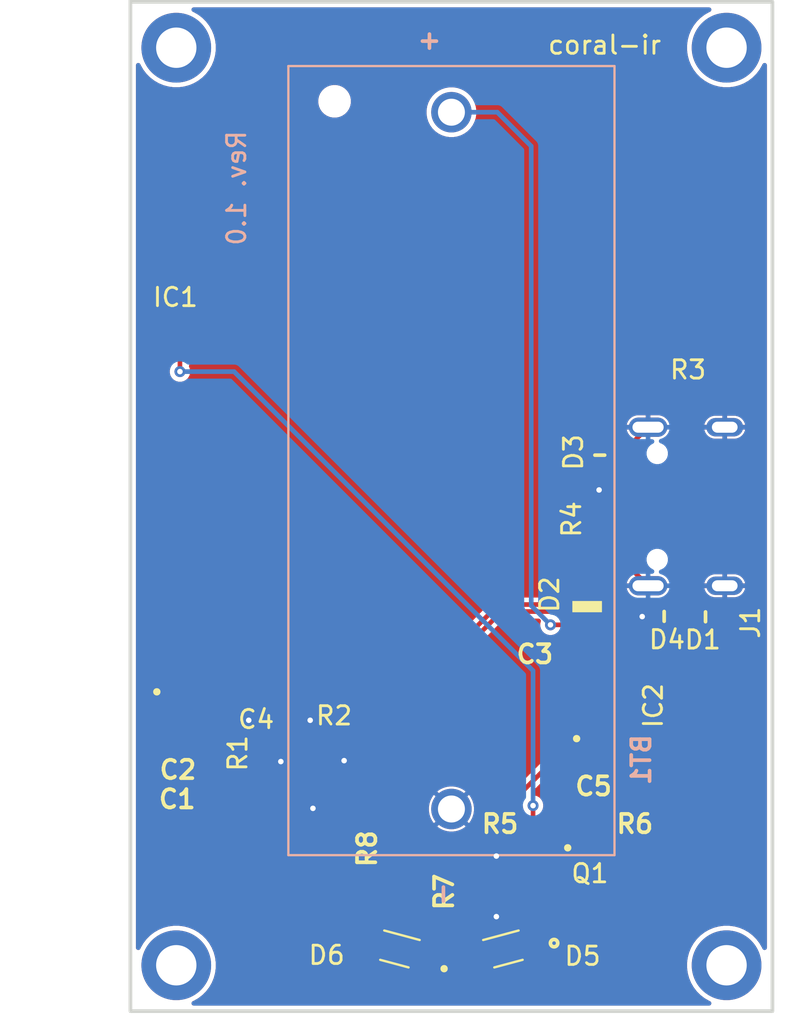
<source format=kicad_pcb>
(kicad_pcb (version 20241229) (generator "pcbnew") (generator_version "9.0")
  (layers (0 "F.Cu" signal) (2 "B.Cu" signal) (13 "F.Paste" user) (15 "B.Paste" user) (5 "F.SilkS" user "F.Silkscreen") (7 "B.SilkS" user "B.Silkscreen") (1 "F.Mask" user) (3 "B.Mask" user) (25 "Edge.Cuts" user))
  (net 0 "")
  (net 1 "Earth")
  (net 2 "+3V3")
  (net 3 "Net-(IC1-EN)")
  (net 4 "+5V")
  (net 5 "USB_DP")
  (net 6 "USB_DN")
  (net 7 "Net-(D2-A)")
  (net 8 "Net-(IC1-IO8)")
  (net 9 "Net-(D5-PadA)")
  (net 10 "Net-(Q1-C)")
  (net 11 "Net-(D6-PadA)")
  (net 25 "IR")
  (net 41 "Net-(J1-CC1)")
  (net 42 "Net-(J1-CC2)")
  (net 45 "Net-(Q1-B)")
  (footprint "PCBLib:R_Vishay_CRCW_0402" (layer "F.Cu") (at 102.9 88.5 90)
    (property "Reference" "R8" (at 2.35 0 90) (layer "F.SilkS") (effects (font (thickness 0.2) (bold yes))))
    (property "Value" "3.92" (hide yes))
    (pad "1" smd rect (at -0.55 0 180) (size 0.6 0.75) (layers "F.Cu" "F.Mask" "F.Paste") (net 11 "Net-(D6-PadA)"))
    (pad "2" smd rect (at 0.55 0 180) (size 0.6 0.75) (layers "F.Cu" "F.Mask" "F.Paste") (net 2 "+3V3"))
  )
  (footprint "MountingHole:MountingHole_2.2mm_M2_DIN965_Pad_TopBottom" (layer "F.Cu") (at 92.5 42.5)
    (property "Reference" "H1" (hide yes))
    (property "Value" "MountingHole_Pad")
    (pad "1" thru_hole circle (at 0 0) (size 2.6 2.6) (drill 2.2) (layers "*.Cu" "*.Mask"))
    (pad "1" connect circle (at 0 0) (size 3.8 3.8) (layers "F.Cu" "F.Mask"))
    (pad "1" connect circle (at 0 0) (size 3.8 3.8) (layers "B.Cu" "B.Mask"))
  )
  (footprint "PCBLib:SON65P300X300X100-9N-D" (layer "F.Cu") (at 115.875 78.35 90)
    (property "Reference" "IC2" (at 0 2.625 90) (layer "F.SilkS") (effects (font (thickness 0.153))))
    (property "Value" "TPS74633PQWDRBRQ1" (hide yes))
    (fp_circle (center -1.8 -1.55) (end -1.7 -1.55) (stroke (width 0.2)) (fill no) (layer "F.SilkS"))
    (pad "1" smd rect (at -1.5 -0.975 180) (size 0.35 0.8) (layers "F.Cu" "F.Mask" "F.Paste") (net 2 "+3V3"))
    (pad "2" smd rect (at -1.5 -0.325 180) (size 0.35 0.8) (layers "F.Cu" "F.Mask" "F.Paste"))
    (pad "3" smd rect (at -1.5 0.325 180) (size 0.35 0.8) (layers "F.Cu" "F.Mask" "F.Paste"))
    (pad "4" smd rect (at -1.5 0.975 180) (size 0.35 0.8) (layers "F.Cu" "F.Mask" "F.Paste") (net 1 "Earth"))
    (pad "5" smd rect (at 1.5 0.975 180) (size 0.35 0.8) (layers "F.Cu" "F.Mask" "F.Paste") (net 4 "+5V"))
    (pad "6" smd rect (at 1.5 0.325 180) (size 0.35 0.8) (layers "F.Cu" "F.Mask" "F.Paste"))
    (pad "7" smd rect (at 1.5 -0.325 180) (size 0.35 0.8) (layers "F.Cu" "F.Mask" "F.Paste"))
    (pad "8" smd rect (at 1.5 -0.975 180) (size 0.35 0.8) (layers "F.Cu" "F.Mask" "F.Paste") (net 4 "+5V"))
    (pad "9" smd rect (at 0 0 90) (size 1.75 2.5) (layers "F.Cu" "F.Mask" "F.Paste") (net 1 "Earth"))
  )
  (footprint "PCBLib:Cap_Murata_GRM_0402" (layer "F.Cu") (at 114.45 75.55 180)
    (property "Reference" "C3" (at 2.4 0 0) (layer "F.SilkS") (effects (font (thickness 0.2))))
    (property "Value" "1uF" (hide yes))
    (pad "1" smd rect (at -0.46 0 180) (size 0.6 0.62) (layers "F.Cu" "F.Mask" "F.Paste") (net 4 "+5V"))
    (pad "2" smd rect (at 0.46 0 180) (size 0.6 0.62) (layers "F.Cu" "F.Mask" "F.Paste") (net 1 "Earth"))
  )
  (footprint "PCBLib:R_Vishay_CRCW_0402" (layer "F.Cu") (at 112.5 84.8 180)
    (property "Reference" "R5" (at 2.35 0 0) (layer "F.SilkS") (effects (font (thickness 0.2) (bold yes))))
    (property "Value" "1k" (hide yes))
    (pad "1" smd rect (at -0.55 0 270) (size 0.6 0.75) (layers "F.Cu" "F.Mask" "F.Paste") (net 45 "Net-(Q1-B)"))
    (pad "2" smd rect (at 0.55 0 270) (size 0.6 0.75) (layers "F.Cu" "F.Mask" "F.Paste") (net 25 "IR"))
  )
  (footprint "PCBLib:R_Vishay_CRCW_0402" (layer "F.Cu") (at 94.4 80.95 -90)
    (property "Reference" "R1" (at 0 -1.45 90) (layer "F.SilkS") (effects (font (thickness 0.153))))
    (property "Value" "10k" (hide yes))
    (pad "1" smd rect (at -0.55 0) (size 0.6 0.75) (layers "F.Cu" "F.Mask" "F.Paste") (net 3 "Net-(IC1-EN)"))
    (pad "2" smd rect (at 0.55 0) (size 0.6 0.75) (layers "F.Cu" "F.Mask" "F.Paste") (net 2 "+3V3"))
  )
  (footprint "PCBLib:R_Vishay_CRCW_0402" (layer "F.Cu") (at 115.1 84.8)
    (property "Reference" "R6" (at 2.4 0 0) (layer "F.SilkS") (effects (font (thickness 0.2) (bold yes))))
    (property "Value" "10k" (hide yes))
    (pad "1" smd rect (at -0.55 0 90) (size 0.6 0.75) (layers "F.Cu" "F.Mask" "F.Paste") (net 45 "Net-(Q1-B)"))
    (pad "2" smd rect (at 0.55 0 90) (size 0.6 0.75) (layers "F.Cu" "F.Mask" "F.Paste") (net 1 "Earth"))
  )
  (footprint "MountingHole:MountingHole_2.2mm_M2_DIN965_Pad_TopBottom" (layer "F.Cu") (at 122.5 92.5)
    (property "Reference" "H2" (hide yes))
    (property "Value" "MountingHole_Pad" (hide yes))
    (pad "1" thru_hole circle (at 0 0) (size 2.6 2.6) (drill 2.2) (layers "*.Cu" "*.Mask"))
    (pad "1" connect circle (at 0 0) (size 3.8 3.8) (layers "F.Cu" "F.Mask"))
    (pad "1" connect circle (at 0 0) (size 3.8 3.8) (layers "B.Cu" "B.Mask"))
  )
  (footprint "MountingHole:MountingHole_2.2mm_M2_DIN965_Pad_TopBottom" (layer "F.Cu") (at 92.5 92.5)
    (property "Reference" "H3" (hide yes))
    (property "Value" "MountingHole_Pad" (hide yes))
    (pad "1" thru_hole circle (at 0 0) (size 2.6 2.6) (drill 2.2) (layers "*.Cu" "*.Mask"))
    (pad "1" connect circle (at 0 0) (size 3.8 3.8) (layers "F.Cu" "F.Mask"))
    (pad "1" connect circle (at 0 0) (size 3.8 3.8) (layers "B.Cu" "B.Mask"))
  )
  (footprint "PCBLib:DIO_VSMY294310SL" (layer "F.Cu") (at 110.5 92 -165)
    (property "Reference" "D5" (at -4.008592 -1.074099 0) (layer "F.SilkS") (effects (font (thickness 0.153))))
    (property "Value" "VSMY294310SL" (hide yes))
    (fp_line (start 1 1.175) (end -1 1.175) (stroke (width 0.127)) (layer "F.SilkS"))
    (fp_line (start 0.8 -0.425) (end -0.8 -0.425) (stroke (width 0.127)) (layer "F.SilkS"))
    (fp_circle (center -2.69 0.01) (end -2.59 0.01) (stroke (width 0.2)) (fill no) (layer "F.SilkS"))
    (pad "A" smd rect (at 1.65 0.000001 195) (size 0.9 1.2) (layers "F.Cu" "F.Mask" "F.Paste") (net 9 "Net-(D5-PadA)"))
    (pad "C" smd rect (at -1.65 -0.000001 195) (size 0.9 1.2) (layers "F.Cu" "F.Mask" "F.Paste") (net 10 "Net-(Q1-C)"))
  )
  (footprint "PCBLib:SOD3716X135N" (layer "F.Cu") (at 114.9 72.3 -90)
    (property "Reference" "D2" (at 0 2.05 90) (layer "F.SilkS") (effects (font (thickness 0.153))))
    (property "Value" "B5819W-TP" (hide yes))
    (fp_poly (pts (xy 0.3556 -0.8) (xy 0.957044 -0.8) (xy 0.957044 0.801284) (xy 0.3556 0.801284)) (stroke (width 0.01)) (fill yes) (layer "F.SilkS"))
    (pad "1" smd rect (at 1.6383 0 270) (size 0.9144 1.2192) (layers "F.Cu" "F.Mask" "F.Paste") (net 4 "+5V"))
    (pad "2" smd rect (at -1.6383 0 270) (size 0.9144 1.2192) (layers "F.Cu" "F.Mask" "F.Paste") (net 7 "Net-(D2-A)"))
  )
  (footprint "PCBLib:Cap_Murata_GRM_0402" (layer "F.Cu") (at 92.59 80.3 180)
    (property "Reference" "C1" (at 0.04 -3.15 0) (layer "F.SilkS") (effects (font (thickness 0.2))))
    (property "Value" "10uF" (hide yes))
    (pad "1" smd rect (at -0.46 0 180) (size 0.6 0.62) (layers "F.Cu" "F.Mask" "F.Paste") (net 2 "+3V3"))
    (pad "2" smd rect (at 0.46 0 180) (size 0.6 0.62) (layers "F.Cu" "F.Mask" "F.Paste") (net 1 "Earth"))
  )
  (footprint "PCBLib:ESP32C6WROOM1N8" (layer "F.Cu") (at 96.69 67.5 90)
    (property "Reference" "IC1" (at 11.4 -4.24 180) (layer "F.SilkS") (effects (font (thickness 0.153))))
    (property "Value" "ESP32-C6-WROOM-1-N8" (hide yes))
    (fp_circle (center -10.1 -5.25) (end -10 -5.25) (stroke (width 0.2)) (fill no) (layer "F.SilkS"))
    (pad "1" smd rect (at -8.75 -5.26 180) (size 0.9 1.5) (layers "F.Cu" "F.Mask" "F.Paste") (net 1 "Earth"))
    (pad "2" smd rect (at -8.75 -3.99 180) (size 0.9 1.5) (layers "F.Cu" "F.Mask" "F.Paste") (net 2 "+3V3"))
    (pad "3" smd rect (at -8.75 -2.72 180) (size 0.9 1.5) (layers "F.Cu" "F.Mask" "F.Paste") (net 3 "Net-(IC1-EN)"))
    (pad "4" smd rect (at -8.75 -1.45 180) (size 0.9 1.5) (layers "F.Cu" "F.Mask" "F.Paste"))
    (pad "5" smd rect (at -8.75 -0.18 180) (size 0.9 1.5) (layers "F.Cu" "F.Mask" "F.Paste"))
    (pad "6" smd rect (at -8.75 1.09 180) (size 0.9 1.5) (layers "F.Cu" "F.Mask" "F.Paste"))
    (pad "7" smd rect (at -8.75 2.36 180) (size 0.9 1.5) (layers "F.Cu" "F.Mask" "F.Paste"))
    (pad "8" smd rect (at -8.75 3.63 180) (size 0.9 1.5) (layers "F.Cu" "F.Mask" "F.Paste"))
    (pad "9" smd rect (at -8.75 4.9 180) (size 0.9 1.5) (layers "F.Cu" "F.Mask" "F.Paste"))
    (pad "10" smd rect (at -8.75 6.17 180) (size 0.9 1.5) (layers "F.Cu" "F.Mask" "F.Paste") (net 8 "Net-(IC1-IO8)"))
    (pad "11" smd rect (at -8.75 7.44 180) (size 0.9 1.5) (layers "F.Cu" "F.Mask" "F.Paste"))
    (pad "12" smd rect (at -8.75 8.71 180) (size 0.9 1.5) (layers "F.Cu" "F.Mask" "F.Paste"))
    (pad "13" smd rect (at -8.75 9.98 180) (size 0.9 1.5) (layers "F.Cu" "F.Mask" "F.Paste") (net 6 "USB_DN"))
    (pad "14" smd rect (at -8.75 11.25 180) (size 0.9 1.5) (layers "F.Cu" "F.Mask" "F.Paste") (net 5 "USB_DP"))
    (pad "15" smd rect (at 8.75 11.25 180) (size 0.9 1.5) (layers "F.Cu" "F.Mask" "F.Paste"))
    (pad "16" smd rect (at 8.75 9.98 180) (size 0.9 1.5) (layers "F.Cu" "F.Mask" "F.Paste"))
    (pad "17" smd rect (at 8.75 8.71 180) (size 0.9 1.5) (layers "F.Cu" "F.Mask" "F.Paste"))
    (pad "18" smd rect (at 8.75 7.44 180) (size 0.9 1.5) (layers "F.Cu" "F.Mask" "F.Paste"))
    (pad "19" smd rect (at 8.75 6.17 180) (size 0.9 1.5) (layers "F.Cu" "F.Mask" "F.Paste"))
    (pad "20" smd rect (at 8.75 4.9 180) (size 0.9 1.5) (layers "F.Cu" "F.Mask" "F.Paste"))
    (pad "21" smd rect (at 8.75 3.63 180) (size 0.9 1.5) (layers "F.Cu" "F.Mask" "F.Paste"))
    (pad "22" smd rect (at 8.75 2.36 180) (size 0.9 1.5) (layers "F.Cu" "F.Mask" "F.Paste"))
    (pad "23" smd rect (at 8.75 1.09 180) (size 0.9 1.5) (layers "F.Cu" "F.Mask" "F.Paste"))
    (pad "24" smd rect (at 8.75 -0.18 180) (size 0.9 1.5) (layers "F.Cu" "F.Mask" "F.Paste"))
    (pad "25" smd rect (at 8.75 -1.45 180) (size 0.9 1.5) (layers "F.Cu" "F.Mask" "F.Paste"))
    (pad "26" smd rect (at 8.75 -2.72 180) (size 0.9 1.5) (layers "F.Cu" "F.Mask" "F.Paste"))
    (pad "27" smd rect (at 8.75 -3.99 180) (size 0.9 1.5) (layers "F.Cu" "F.Mask" "F.Paste") (net 25 "IR"))
    (pad "28" smd rect (at 8.75 -5.26 180) (size 0.9 1.5) (layers "F.Cu" "F.Mask" "F.Paste") (net 1 "Earth"))
    (pad "29" smd rect (at -1.505 0.46 180) (size 0.8 0.8) (layers "F.Cu" "F.Mask" "F.Paste") (net 1 "Earth"))
    (pad "30" smd rect (at -2.755 -0.79 180) (size 0.8 0.8) (layers "F.Cu" "F.Mask" "F.Paste") (net 1 "Earth"))
    (pad "31" smd rect (at -2.755 0.46 180) (size 0.8 0.8) (layers "F.Cu" "F.Mask" "F.Paste") (net 1 "Earth"))
    (pad "32" smd rect (at -2.755 1.71 180) (size 0.8 0.8) (layers "F.Cu" "F.Mask" "F.Paste") (net 1 "Earth"))
    (pad "33" smd rect (at -1.505 1.71 180) (size 0.8 0.8) (layers "F.Cu" "F.Mask" "F.Paste") (net 1 "Earth"))
    (pad "34" smd rect (at -0.255 1.71 180) (size 0.8 0.8) (layers "F.Cu" "F.Mask" "F.Paste") (net 1 "Earth"))
    (pad "35" smd rect (at -0.255 0.46 180) (size 0.8 0.8) (layers "F.Cu" "F.Mask" "F.Paste") (net 1 "Earth"))
    (pad "36" smd rect (at -0.255 -0.79 180) (size 0.8 0.8) (layers "F.Cu" "F.Mask" "F.Paste") (net 1 "Earth"))
    (pad "37" smd rect (at -1.505 -0.79 180) (size 0.8 0.8) (layers "F.Cu" "F.Mask" "F.Paste") (net 1 "Earth"))
  )
  (footprint "PCBLib:R_Vishay_CRCW_0402" (layer "F.Cu") (at 103.4 78.9)
    (property "Reference" "R2" (at -2.3 0 0) (layer "F.SilkS") (effects (font (thickness 0.153))))
    (property "Value" "10k" (hide yes))
    (pad "1" smd rect (at -0.55 0 90) (size 0.6 0.75) (layers "F.Cu" "F.Mask" "F.Paste") (net 8 "Net-(IC1-IO8)"))
    (pad "2" smd rect (at 0.55 0 90) (size 0.6 0.75) (layers "F.Cu" "F.Mask" "F.Paste") (net 2 "+3V3"))
  )
  (footprint "PCBLib:DIO_VSMY294310SL" (layer "F.Cu") (at 104.5 92 165)
    (property "Reference" "D6" (at 3.683459 -0.935216 180) (layer "F.SilkS") (effects (font (thickness 0.153))))
    (property "Value" "VSMY294310SL" (hide yes))
    (fp_line (start 0.8 -0.425) (end -0.8 -0.425) (stroke (width 0.127)) (layer "F.SilkS"))
    (fp_line (start 1 1.175) (end -1 1.175) (stroke (width 0.127)) (layer "F.SilkS"))
    (fp_circle (center -2.69 0.01) (end -2.59 0.01) (stroke (width 0.2)) (fill no) (layer "F.SilkS"))
    (pad "A" smd rect (at 1.65 -0.000001 165) (size 0.9 1.2) (layers "F.Cu" "F.Mask" "F.Paste") (net 11 "Net-(D6-PadA)"))
    (pad "C" smd rect (at -1.65 0.000001 165) (size 0.9 1.2) (layers "F.Cu" "F.Mask" "F.Paste") (net 10 "Net-(Q1-C)"))
  )
  (footprint "PCBLib:SOT-23" (layer "F.Cu") (at 112.09 87.5 -90)
    (property "Reference" "Q1" (at 0 -2.96 180) (layer "F.SilkS") (effects (font (thickness 0.153))))
    (property "Value" "MMSS8050HE3-H-TP")
    (fp_circle (center -1.4 -1.75) (end -1.3 -1.75) (stroke (width 0.2)) (fill no) (layer "F.SilkS"))
    (pad "1" smd roundrect (at -0.9375 -0.95 270) (size 1.475 0.6) (layers "F.Cu" "F.Mask" "F.Paste") (net 45 "Net-(Q1-B)"))
    (pad "2" smd roundrect (at -0.9375 0.95 270) (size 1.475 0.6) (layers "F.Cu" "F.Mask" "F.Paste") (net 1 "Earth"))
    (pad "3" smd roundrect (at 0.9375 0 270) (size 1.475 0.6) (layers "F.Cu" "F.Mask" "F.Paste") (net 10 "Net-(Q1-C)"))
  )
  (footprint "PCBLib:SODFL1006X40N" (layer "F.Cu") (at 115.6 64.55 90)
    (property "Reference" "D3" (at 0 -1.45 90) (layer "F.SilkS") (effects (font (thickness 0.153))))
    (property "Value" "CPDQ5V0-HF" (hide yes))
    (fp_line (start -0.1524 -0.277) (end -0.1524 0.254) (stroke (width 0.2)) (layer "F.SilkS"))
    (pad "1" smd rect (at -0.55 0 180) (size 0.32 0.43) (layers "F.Cu" "F.Mask" "F.Paste") (net 7 "Net-(D2-A)"))
    (pad "2" smd rect (at 0.55 0 180) (size 0.32 0.43) (layers "F.Cu" "F.Mask" "F.Paste") (net 1 "Earth"))
  )
  (footprint "PCBLib:SODFL1006X40N" (layer "F.Cu") (at 119.25 73.5)
    (property "Reference" "D4" (at 0 1.252 0) (layer "F.SilkS") (effects (font (thickness 0.153))))
    (property "Value" "CPDQ5V0-HF" (hide yes))
    (fp_line (start -0.1524 -0.277) (end -0.1524 0.254) (stroke (width 0.2)) (layer "F.SilkS"))
    (pad "1" smd rect (at -0.55 0 90) (size 0.32 0.43) (layers "F.Cu" "F.Mask" "F.Paste") (net 1 "Earth"))
    (pad "2" smd rect (at 0.55 0 90) (size 0.32 0.43) (layers "F.Cu" "F.Mask" "F.Paste") (net 6 "USB_DN"))
  )
  (footprint "PCBLib:R_Vishay_CRCW_0402" (layer "F.Cu") (at 120.35 61.6)
    (property "Reference" "R3" (at 0.05 -1.55 0) (layer "F.SilkS") (effects (font (thickness 0.153))))
    (property "Value" "5k1" (hide yes))
    (pad "1" smd rect (at -0.55 0 90) (size 0.6 0.75) (layers "F.Cu" "F.Mask" "F.Paste") (net 42 "Net-(J1-CC2)"))
    (pad "2" smd rect (at 0.55 0 90) (size 0.6 0.75) (layers "F.Cu" "F.Mask" "F.Paste") (net 1 "Earth"))
  )
  (footprint "PCBLib:SODFL1006X40N" (layer "F.Cu") (at 121.2 73.5 180)
    (property "Reference" "D1" (at 0 -1.262 0) (layer "F.SilkS") (effects (font (thickness 0.153))))
    (property "Value" "CPDQ5V0-HF" (hide yes))
    (fp_line (start -0.1524 -0.277) (end -0.1524 0.254) (stroke (width 0.2)) (layer "F.SilkS"))
    (pad "1" smd rect (at -0.55 0 270) (size 0.32 0.43) (layers "F.Cu" "F.Mask" "F.Paste") (net 1 "Earth"))
    (pad "2" smd rect (at 0.55 0 270) (size 0.32 0.43) (layers "F.Cu" "F.Mask" "F.Paste") (net 5 "USB_DP"))
  )
  (footprint "PCBLib:R_Vishay_CRCW_0402" (layer "F.Cu") (at 115.55 68.2 90)
    (property "Reference" "R4" (at 0 -1.5 90) (layer "F.SilkS") (effects (font (thickness 0.153))))
    (property "Value" "5k1" (hide yes))
    (pad "1" smd rect (at -0.55 0 180) (size 0.6 0.75) (layers "F.Cu" "F.Mask" "F.Paste") (net 41 "Net-(J1-CC1)"))
    (pad "2" smd rect (at 0.55 0 180) (size 0.6 0.75) (layers "F.Cu" "F.Mask" "F.Paste") (net 1 "Earth"))
  )
  (footprint "PCBLib:GCT_USB4105-GF-A" (layer "F.Cu") (at 122.4 67.5 90)
    (property "Reference" "J1" (at -6.33 1.4 90) (layer "F.SilkS") (effects (font (thickness 0.153))))
    (property "Value" "USB4105-GF-A" (hide yes))
    (pad "" np_thru_hole circle (at -2.89 -3.68 90) (size 0.65 0.65) (drill 0.65) (layers "*.Cu" "*.Mask"))
    (pad "" np_thru_hole circle (at 2.89 -3.68 90) (size 0.65 0.65) (drill 0.65) (layers "*.Cu" "*.Mask"))
    (pad "A1_B12" smd rect (at -3.2 -4.815 90) (size 0.6 1.03) (layers "F.Cu" "F.Mask" "F.Paste") (net 1 "Earth"))
    (pad "A4_B9" smd rect (at -2.4 -4.79 90) (size 0.6 1.08) (layers "F.Cu" "F.Mask" "F.Paste") (net 7 "Net-(D2-A)"))
    (pad "A5" smd rect (at -1.25 -4.755 90) (size 0.3 1.15) (layers "F.Cu" "F.Mask" "F.Paste") (net 41 "Net-(J1-CC1)"))
    (pad "A6" smd rect (at -0.25 -4.755 90) (size 0.3 1.15) (layers "F.Cu" "F.Mask" "F.Paste") (net 5 "USB_DP"))
    (pad "A7" smd rect (at 0.25 -4.755 90) (size 0.3 1.15) (layers "F.Cu" "F.Mask" "F.Paste") (net 6 "USB_DN"))
    (pad "A8" smd rect (at 1.25 -4.755 90) (size 0.3 1.15) (layers "F.Cu" "F.Mask" "F.Paste"))
    (pad "B1_A12" smd rect (at 3.2 -4.815 90) (size 0.6 1.03) (layers "F.Cu" "F.Mask" "F.Paste") (net 1 "Earth"))
    (pad "B4_A9" smd rect (at 2.4 -4.79 90) (size 0.6 1.08) (layers "F.Cu" "F.Mask" "F.Paste") (net 7 "Net-(D2-A)"))
    (pad "B5" smd rect (at 1.75 -4.755 90) (size 0.3 1.15) (layers "F.Cu" "F.Mask" "F.Paste") (net 42 "Net-(J1-CC2)"))
    (pad "B6" smd rect (at 0.75 -4.755 90) (size 0.3 1.15) (layers "F.Cu" "F.Mask" "F.Paste") (net 5 "USB_DP"))
    (pad "B7" smd rect (at -0.75 -4.755 90) (size 0.3 1.15) (layers "F.Cu" "F.Mask" "F.Paste") (net 6 "USB_DN"))
    (pad "B8" smd rect (at -1.75 -4.755 90) (size 0.3 1.15) (layers "F.Cu" "F.Mask" "F.Paste"))
    (pad "S1" thru_hole oval (at -4.32 -4.18 90) (size 1.05 2.1) (drill oval 0.6 1.7) (layers "*.Cu" "*.Mask") (net 1 "Earth"))
    (pad "S2" thru_hole oval (at -4.32 0 90) (size 1 2) (drill oval 0.6 1.4) (layers "*.Cu" "*.Mask") (net 1 "Earth"))
    (pad "S3" thru_hole oval (at 4.32 0 90) (size 1 2) (drill oval 0.6 1.4) (layers "*.Cu" "*.Mask") (net 1 "Earth"))
    (pad "S4" thru_hole oval (at 4.32 -4.18 90) (size 1.05 2.1) (drill oval 0.6 1.7) (layers "*.Cu" "*.Mask") (net 1 "Earth"))
  )
  (footprint "PCBLib:Cap_Murata_GRM_0402" (layer "F.Cu") (at 94.85 79.15)
    (property "Reference" "C4" (at 2 -0.05 0) (layer "F.SilkS") (effects (font (thickness 0.153))))
    (property "Value" "1uF" (hide yes))
    (pad "1" smd rect (at -0.46 0) (size 0.6 0.62) (layers "F.Cu" "F.Mask" "F.Paste") (net 3 "Net-(IC1-EN)"))
    (pad "2" smd rect (at 0.46 0) (size 0.6 0.62) (layers "F.Cu" "F.Mask" "F.Paste") (net 1 "Earth"))
  )
  (footprint "MountingHole:MountingHole_2.2mm_M2_DIN965_Pad_TopBottom" (layer "F.Cu") (at 122.5 42.5)
    (property "Reference" "H4" (hide yes))
    (property "Value" "MountingHole_Pad" (hide yes))
    (pad "1" thru_hole circle (at 0 0) (size 2.6 2.6) (drill 2.2) (layers "*.Cu" "*.Mask"))
    (pad "1" connect circle (at 0 0) (size 3.8 3.8) (layers "F.Cu" "F.Mask"))
    (pad "1" connect circle (at 0 0) (size 3.8 3.8) (layers "B.Cu" "B.Mask"))
  )
  (footprint "PCBLib:R_Vishay_CRCW_0402" (layer "F.Cu") (at 108.9 88.5 90)
    (property "Reference" "R7" (at 0 -1.8 90) (layer "F.SilkS") (effects (font (thickness 0.2) (bold yes))))
    (property "Value" "3.92" (hide yes))
    (pad "1" smd rect (at -0.55 0 180) (size 0.6 0.75) (layers "F.Cu" "F.Mask" "F.Paste") (net 9 "Net-(D5-PadA)"))
    (pad "2" smd rect (at 0.55 0 180) (size 0.6 0.75) (layers "F.Cu" "F.Mask" "F.Paste") (net 2 "+3V3"))
  )
  (footprint "PCBLib:Cap_Murata_GRM_0402" (layer "F.Cu") (at 92.59 79.05 180)
    (property "Reference" "C2" (at 0 -2.8 0) (layer "F.SilkS") (effects (font (thickness 0.2))))
    (property "Value" "100nF" (hide yes))
    (pad "1" smd rect (at -0.46 0 180) (size 0.6 0.62) (layers "F.Cu" "F.Mask" "F.Paste") (net 2 "+3V3"))
    (pad "2" smd rect (at 0.46 0 180) (size 0.6 0.62) (layers "F.Cu" "F.Mask" "F.Paste") (net 1 "Earth"))
  )
  (footprint "PCBLib:Cap_Murata_GRM_0402" (layer "F.Cu") (at 115.35 81.3)
    (property "Reference" "C5" (at -0.1 1.45 0) (layer "F.SilkS") (effects (font (thickness 0.2))))
    (property "Value" "1uF" (hide yes))
    (pad "1" smd rect (at -0.46 0) (size 0.6 0.62) (layers "F.Cu" "F.Mask" "F.Paste") (net 2 "+3V3"))
    (pad "2" smd rect (at 0.46 0) (size 0.6 0.62) (layers "F.Cu" "F.Mask" "F.Paste") (net 1 "Earth"))
  )
  (footprint "PCBLib:BAT_BH123A" (layer "B.Cu") (at 107.5 65 90)
    (property "Reference" "BT1" (at -16.3 10.35 90) (layer "B.SilkS") (effects (font (thickness 0.2) (bold yes)) (justify mirror)))
    (property "Value" "BH123A")
    (fp_line (start 21.5 -8.89) (end -21.5 -8.89) (stroke (width 0.127)) (layer "B.SilkS"))
    (fp_line (start -21.5 -8.89) (end -21.5 8.89) (stroke (width 0.127)) (layer "B.SilkS"))
    (fp_line (start 21.5 8.89) (end 21.5 -8.89) (stroke (width 0.127)) (layer "B.SilkS"))
    (fp_line (start -21.5 8.89) (end 21.5 8.89) (stroke (width 0.127)) (layer "B.SilkS"))
    (fp_text user "-" (at -23.622 -0.508 270) (layer "B.SilkS") (effects (font (thickness 0.2) (bold yes)) (justify mirror)))
    (fp_text user "+" (at 22.86 -1.27 270) (layer "B.SilkS") (effects (font (thickness 0.2) (bold yes)) (justify mirror)))
    (pad "" np_thru_hole circle (at 19.58 -6.37 90) (size 1.27 1.27) (drill 1.27) (layers "*.Cu" "*.Mask"))
    (pad "N" thru_hole circle (at -18.985 0 90) (size 2.205 2.205) (drill 1.47) (layers "*.Cu" "*.Mask") (net 1 "Earth"))
    (pad "P" thru_hole circle (at 18.985 0 90) (size 2.205 2.205) (drill 1.47) (layers "*.Cu" "*.Mask") (net 4 "+5V"))
  )
  (gr_rect (start 90 40) (end 125 95) (stroke (width 0.2)) (fill no) (layer "Edge.Cuts"))
  (gr_text "coral-ir" (at 115.85 42.35 0) (layer "F.SilkS") (effects (font (size 1 1) (thickness 0.153))))
  (gr_text "Rev. 1.0" (at 96.37 46.93 90) (layer "B.SilkS") (effects (font (size 1 1) (thickness 0.153)) (justify left bottom mirror)))
  (segment (start 115.55 67.65) (end 115.55 66.6) (width 0.254) (layer "F.Cu") (net 1))
  (segment (start 117.585 71.185) (end 118.22 71.82) (width 0.254) (layer "F.Cu") (net 1))
  (segment (start 117.585 64.3) (end 117.585 63.815) (width 0.254) (layer "F.Cu") (net 1))
  (segment (start 117.585 70.7) (end 117.585 71.185) (width 0.254) (layer "F.Cu") (net 1))
  (segment (start 115.81 84.64) (end 115.65 84.8) (width 0.254) (layer "F.Cu") (net 1))
  (segment (start 116.85 79.85) (end 116.85 80.26) (width 0.254) (layer "F.Cu") (net 1))
  (segment (start 116.85 80.26) (end 115.81 81.3) (width 0.254) (layer "F.Cu") (net 1))
  (segment (start 115.81 81.3) (end 115.81 84.64) (width 0.254) (layer "F.Cu") (net 1))
  (segment (start 117.585 63.815) (end 118.22 63.18) (width 0.254) (layer "F.Cu") (net 1))
  (segment (start 118.7 73.5) (end 117.9 73.5) (width 0.254) (layer "F.Cu") (net 1))
  (via (at 101.65 81.35) (size 0.6) (drill 0.3) (layers "F.Cu" "B.Cu") (net 1))
  (via (at 98.2 81.4) (size 0.6) (drill 0.3) (layers "F.Cu" "B.Cu") (net 1))
  (via (at 115.55 66.6) (size 0.6) (drill 0.3) (layers "F.Cu" "B.Cu") (net 1))
  (via (at 99.8 79.15) (size 0.6) (drill 0.3) (layers "F.Cu" "B.Cu") (net 1))
  (via (at 99.95 83.95) (size 0.6) (drill 0.3) (layers "F.Cu" "B.Cu") (net 1))
  (via (at 109.95 86.55) (size 0.6) (drill 0.3) (layers "F.Cu" "B.Cu") (net 1))
  (via (at 109.95 89.85) (size 0.6) (drill 0.3) (layers "F.Cu" "B.Cu") (net 1))
  (via (at 96.45 79.15) (size 0.6) (drill 0.3) (layers "F.Cu" "B.Cu") (net 1))
  (via (at 117.9 73.5) (size 0.6) (drill 0.3) (layers "F.Cu" "B.Cu") (net 1))
  (segment (start 108.9 87.95) (end 102.9 87.95) (width 0.254) (layer "F.Cu") (net 2))
  (segment (start 103.95 78.9) (end 103.95 79) (width 0.254) (layer "F.Cu") (net 2))
  (segment (start 94.4 81.5) (end 94.6 81.5) (width 0.254) (layer "F.Cu") (net 2))
  (segment (start 114.9 79.85) (end 114.9 81.29) (width 0.254) (layer "F.Cu") (net 2))
  (segment (start 93.05 80.3) (end 93.2 80.3) (width 0.254) (layer "F.Cu") (net 2))
  (segment (start 92.7 78.7) (end 93.05 79.05) (width 0.254) (layer "F.Cu") (net 2))
  (segment (start 103.95 79) (end 102.9 80.05) (width 0.254) (layer "F.Cu") (net 2))
  (segment (start 93.05 79.05) (end 93.05 80.3) (width 0.254) (layer "F.Cu") (net 2))
  (segment (start 114.89 81.3) (end 113.1 81.3) (width 0.254) (layer "F.Cu") (net 2))
  (segment (start 92.7 76.25) (end 92.7 78.7) (width 0.254) (layer "F.Cu") (net 2))
  (segment (start 108.9 85.5) (end 108.9 87.95) (width 0.254) (layer "F.Cu") (net 2))
  (segment (start 94.6 81.5) (end 101.05 87.95) (width 0.254) (layer "F.Cu") (net 2))
  (segment (start 102.9 80.05) (end 102.9 87.95) (width 0.254) (layer "F.Cu") (net 2))
  (segment (start 113.1 81.3) (end 108.9 85.5) (width 0.254) (layer "F.Cu") (net 2))
  (segment (start 93.2 80.3) (end 94.4 81.5) (width 0.254) (layer "F.Cu") (net 2))
  (segment (start 114.9 81.29) (end 114.89 81.3) (width 0.254) (layer "F.Cu") (net 2))
  (segment (start 101.05 87.95) (end 102.9 87.95) (width 0.254) (layer "F.Cu") (net 2))
  (segment (start 93.97 76.25) (end 93.97 78.73) (width 0.254) (layer "F.Cu") (net 3))
  (segment (start 93.97 78.73) (end 94.39 79.15) (width 0.254) (layer "F.Cu") (net 3))
  (segment (start 94.39 79.15) (end 94.39 80.39) (width 0.254) (layer "F.Cu") (net 3))
  (segment (start 94.39 80.39) (end 94.4 80.4) (width 0.254) (layer "F.Cu") (net 3))
  (segment (start 114.8883 73.95) (end 114.9 73.9383) (width 0.254) (layer "F.Cu") (net 4))
  (segment (start 116.204 75.55) (end 116.85 76.196) (width 0.254) (layer "F.Cu") (net 4))
  (segment (start 114.91 76.84) (end 114.9 76.85) (width 0.254) (layer "F.Cu") (net 4))
  (segment (start 112.9 73.95) (end 114.8883 73.95) (width 0.254) (layer "F.Cu") (net 4))
  (segment (start 114.9 73.9383) (end 114.9 75.54) (width 0.254) (layer "F.Cu") (net 4))
  (segment (start 114.9 75.54) (end 114.91 75.55) (width 0.254) (layer "F.Cu") (net 4))
  (segment (start 114.91 75.55) (end 114.91 76.84) (width 0.254) (layer "F.Cu") (net 4))
  (segment (start 114.91 75.55) (end 116.204 75.55) (width 0.254) (layer "F.Cu") (net 4))
  (segment (start 116.85 76.196) (end 116.85 76.85) (width 0.254) (layer "F.Cu") (net 4))
  (via (at 112.9 73.95) (size 0.6) (drill 0.3) (layers "F.Cu" "B.Cu") (net 4))
  (segment (start 112.9 73.95) (end 111.85 72.9) (width 0.254) (layer "B.Cu") (net 4))
  (segment (start 111.85 72.9) (end 111.85 47.865) (width 0.254) (layer "B.Cu") (net 4))
  (segment (start 111.85 47.865) (end 110 46.015) (width 0.254) (layer "B.Cu") (net 4))
  (segment (start 110 46.015) (end 107.5 46.015) (width 0.254) (layer "B.Cu") (net 4))
  (segment (start 118.38 66.75) (end 118.475 66.845) (width 0.254) (layer "F.Cu") (net 5))
  (segment (start 117.496111 73.881) (end 116.4195 73.881) (width 0.254) (layer "F.Cu") (net 5))
  (segment (start 118.475 66.845) (end 118.475 67.655) (width 0.254) (layer "F.Cu") (net 5))
  (segment (start 120.65 73.5) (end 120.27 73.88) (width 0.254) (layer "F.Cu") (net 5))
  (segment (start 120.27 73.915) (end 118.269889 73.915) (width 0.254) (layer "F.Cu") (net 5))
  (segment (start 118.129889 74.055) (end 117.670111 74.055) (width 0.254) (layer "F.Cu") (net 5))
  (segment (start 120.18198 73.03198) (end 120.65 73.5) (width 0.254) (layer "F.Cu") (net 5))
  (segment (start 118.38 67.75) (end 117.645 67.75) (width 0.254) (layer "F.Cu") (net 5))
  (segment (start 120.27 73.88) (end 120.27 73.915) (width 0.254) (layer "F.Cu") (net 5))
  (segment (start 120.18198 70.311929) (end 120.18198 73.03198) (width 0.254) (layer "F.Cu") (net 5))
  (segment (start 118.85698 68.186779) (end 118.85698 68.986929) (width 0.254) (layer "F.Cu") (net 5))
  (segment (start 118.475 67.655) (end 118.38 67.75) (width 0.254) (layer "F.Cu") (net 5))
  (segment (start 118.269889 73.915) (end 118.129889 74.055) (width 0.254) (layer "F.Cu") (net 5))
  (segment (start 117.645 67.75) (end 117.74 67.845) (width 0.254) (layer "F.Cu") (net 5))
  (segment (start 117.645 66.75) (end 118.38 66.75) (width 0.254) (layer "F.Cu") (net 5))
  (segment (start 116.4195 73.881) (end 115.7646 73.2261) (width 0.254) (layer "F.Cu") (net 5))
  (segment (start 115.7646 73.2261) (end 110.232716 73.2261) (width 0.254) (layer "F.Cu") (net 5))
  (segment (start 107.94 75.518816) (end 107.94 76.25) (width 0.254) (layer "F.Cu") (net 5))
  (segment (start 117.74 67.845) (end 118.515201 67.845) (width 0.254) (layer "F.Cu") (net 5))
  (segment (start 118.85698 68.986929) (end 120.18198 70.311929) (width 0.254) (layer "F.Cu") (net 5))
  (segment (start 118.515201 67.845) (end 118.85698 68.186779) (width 0.254) (layer "F.Cu") (net 5))
  (segment (start 117.670111 74.055) (end 117.496111 73.881) (width 0.254) (layer "F.Cu") (net 5))
  (segment (start 110.232716 73.2261) (end 107.94 75.518816) (width 0.254) (layer "F.Cu") (net 5))
  (segment (start 115.922821 72.84412) (end 110.074495 72.84412) (width 0.254) (layer "F.Cu") (net 6))
  (segment (start 116.815 68.155) (end 116.91 68.25) (width 0.254) (layer "F.Cu") (net 6))
  (segment (start 118.934201 72.945) (end 117.670111 72.945) (width 0.254) (layer "F.Cu") (net 6))
  (segment (start 110.074495 72.84412) (end 107.673615 75.245) (width 0.254) (layer "F.Cu") (net 6))
  (segment (start 117.645 68.25) (end 117.645 68.345) (width 0.254) (layer "F.Cu") (net 6))
  (segment (start 116.91 68.25) (end 117.645 68.25) (width 0.254) (layer "F.Cu") (net 6))
  (segment (start 116.815 67.345) (end 116.815 68.155) (width 0.254) (layer "F.Cu") (net 6))
  (segment (start 117.116091 73.49902) (end 116.577721 73.49902) (width 0.254) (layer "F.Cu") (net 6))
  (segment (start 107.235 75.685) (end 106.67 76.25) (width 0.254) (layer "F.Cu") (net 6))
  (segment (start 107.235 75.245) (end 107.235 75.685) (width 0.254) (layer "F.Cu") (net 6))
  (segment (start 117.645 67.25) (end 116.91 67.25) (width 0.254) (layer "F.Cu") (net 6))
  (segment (start 117.645 68.345) (end 118.475 68.345) (width 0.254) (layer "F.Cu") (net 6))
  (segment (start 118.475 68.345) (end 118.475 69.145151) (width 0.254) (layer "F.Cu") (net 6))
  (segment (start 116.577721 73.49902) (end 115.922821 72.84412) (width 0.254) (layer "F.Cu") (net 6))
  (segment (start 119.489201 73.5) (end 118.934201 72.945) (width 0.254) (layer "F.Cu") (net 6))
  (segment (start 118.475 69.145151) (end 119.8 70.470151) (width 0.254) (layer "F.Cu") (net 6))
  (segment (start 119.8 70.470151) (end 119.8 73.5) (width 0.254) (layer "F.Cu") (net 6))
  (segment (start 116.91 67.25) (end 116.815 67.345) (width 0.254) (layer "F.Cu") (net 6))
  (segment (start 119.8 73.5) (end 119.489201 73.5) (width 0.254) (layer "F.Cu") (net 6))
  (segment (start 117.670111 72.945) (end 117.116091 73.49902) (width 0.254) (layer "F.Cu") (net 6))
  (segment (start 107.673615 75.245) (end 107.235 75.245) (width 0.254) (layer "F.Cu") (net 6))
  (segment (start 114.9 65.8) (end 115.6 65.1) (width 0.254) (layer "F.Cu") (net 7))
  (segment (start 114.9 70.6617) (end 114.9 65.8) (width 0.254) (layer "F.Cu") (net 7))
  (segment (start 114.9 70.6617) (end 115.6617 69.9) (width 0.254) (layer "F.Cu") (net 7))
  (segment (start 115.6 65.1) (end 117.61 65.1) (width 0.254) (layer "F.Cu") (net 7))
  (segment (start 115.6617 69.9) (end 117.61 69.9) (width 0.254) (layer "F.Cu") (net 7))
  (segment (start 102.86 78.89) (end 102.85 78.9) (width 0.254) (layer "F.Cu") (net 8))
  (segment (start 102.86 76.25) (end 102.86 78.89) (width 0.254) (layer "F.Cu") (net 8))
  (segment (start 108.9 89.05) (end 108.9 92.420828) (width 0.254) (layer "F.Cu") (net 9))
  (segment (start 108.9 92.420828) (end 108.906223 92.427051) (width 0.254) (layer "F.Cu") (net 9))
  (segment (start 112.09 88.4375) (end 112.09 91.569172) (width 0.254) (layer "F.Cu") (net 10))
  (segment (start 107.266726 93.6) (end 110.066726 93.6) (width 0.254) (layer "F.Cu") (net 10))
  (segment (start 106.093777 92.427051) (end 107.266726 93.6) (width 0.254) (layer "F.Cu") (net 10))
  (segment (start 112.09 91.569172) (end 112.093777 91.572949) (width 0.254) (layer "F.Cu") (net 10))
  (segment (start 110.066726 93.6) (end 112.093777 91.572949) (width 0.254) (layer "F.Cu") (net 10))
  (segment (start 102.9 91.566726) (end 102.906223 91.572949) (width 0.254) (layer "F.Cu") (net 11))
  (segment (start 102.9 89.05) (end 102.9 91.566726) (width 0.254) (layer "F.Cu") (net 11))
  (segment (start 111.95 84.8) (end 111.95 83.8) (width 0.254) (layer "F.Cu") (net 25))
  (segment (start 92.7 60.15) (end 92.7 58.75) (width 0.254) (layer "F.Cu") (net 25))
  (via (at 111.95 83.8) (size 0.6) (drill 0.3) (layers "F.Cu" "B.Cu") (net 25))
  (via (at 92.7 60.15) (size 0.6) (drill 0.3) (layers "F.Cu" "B.Cu") (net 25))
  (segment (start 111.95 76.45) (end 95.65 60.15) (width 0.254) (layer "B.Cu") (net 25))
  (segment (start 111.95 83.8) (end 111.95 76.45) (width 0.254) (layer "B.Cu") (net 25))
  (segment (start 95.65 60.15) (end 92.7 60.15) (width 0.254) (layer "B.Cu") (net 25))
  (segment (start 115.55 68.75) (end 117.645 68.75) (width 0.254) (layer "F.Cu") (net 41))
  (segment (start 118.579849 65.75) (end 117.645 65.75) (width 0.254) (layer "F.Cu") (net 42))
  (segment (start 119.8 61.6) (end 119.8 64.529849) (width 0.254) (layer "F.Cu") (net 42))
  (segment (start 119.8 64.529849) (end 118.579849 65.75) (width 0.254) (layer "F.Cu") (net 42))
  (segment (start 113.04 84.81) (end 113.05 84.8) (width 0.254) (layer "F.Cu") (net 45))
  (segment (start 113.04 86.5625) (end 113.04 84.81) (width 0.254) (layer "F.Cu") (net 45))
  (segment (start 113.05 84.8) (end 114.55 84.8) (width 0.254) (layer "F.Cu") (net 45))
  (zone (net 1) (net_name "Earth") (layers "F.Cu" "B.Cu") (name "Ground plane") (connect_pads (clearance 0.254)) (min_thickness 0.254) (fill yes (thermal_gap 0.127) (thermal_bridge_width 0.254))
    (polygon (pts (xy 90 40) (xy 125 40) (xy 125 95) (xy 90 95)))
  )
)
</source>
